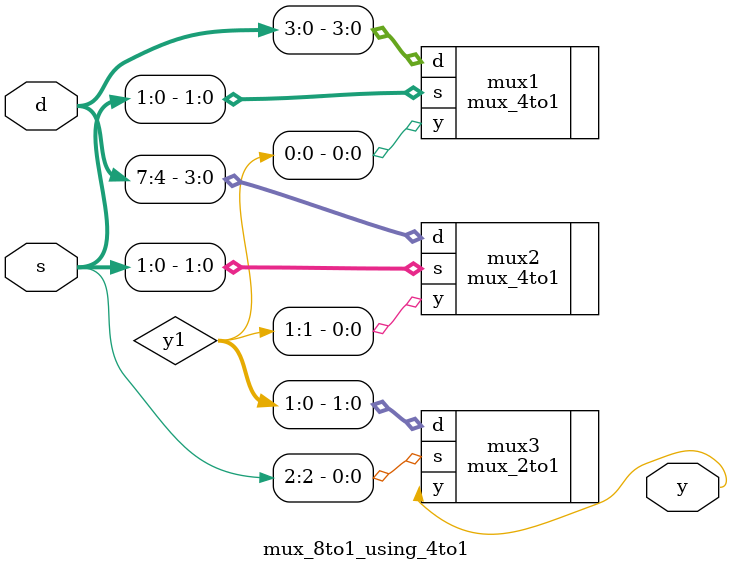
<source format=v>
`timescale 1ns / 1ps


module mux_8to1_using_4to1(
    input [7:0] d,
    input [2:0] s,
    output y
    );
    wire [3:0]y1;
    mux_4to1 mux1(.d(d[3:0]),.s(s[1:0]),.y(y1[0]));
    mux_4to1 mux2(.d(d[7:4]),.s(s[1:0]),.y(y1[1]));
    mux_2to1 mux3(.d(y1[1:0]),.s(s[2]),.y(y));
    
    
endmodule

</source>
